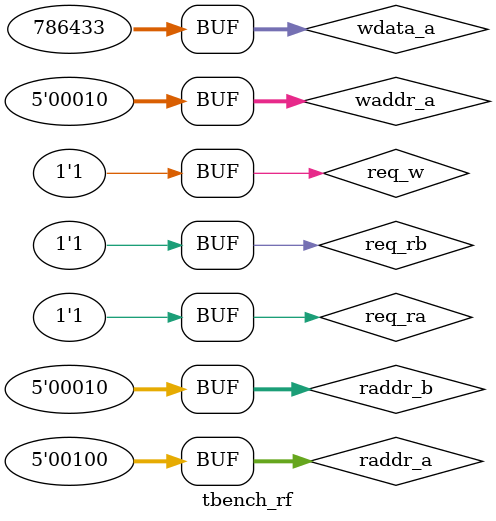
<source format=sv>
module tbench_rf;

	logic req_ra, req_rb, req_w, rst;

	logic [4:0] raddr_a, raddr_b, waddr_a;
	logic [31:0] rdata_a, rdata_b, wdata_a;
	

	register_file regis(
		.req_ra_i(req_ra),
		.req_rb_i(req_rb),
		.req_w_i(req_w),
		.rst_ni(rst),

		.raddr_a_i(raddr_a),
		.rdata_a_o(rdata_a),

		.raddr_b_i(raddr_b),
		.rdata_b_o(rdata_b),

		.waddr_a_i(waddr_a),
		.wdata_a_i(wdata_a)		
	);

	initial begin
		req_ra = 0; req_rb = 0;
		#5 req_w = 0;
		waddr_a = 5'b00100;
		wdata_a = 32'b00000000000000000000000000000001;
		#5 req_w = 1;

		#5 req_w = 0;
		waddr_a = 5'b00010;
		wdata_a = 32'b00000000000011000000000000000001;
		#5 req_w = 1;

		#5 raddr_a = 5'b00100; raddr_b = 5'b00010;
		#5 req_ra = 1; req_rb = 1;
	end
	

endmodule

</source>
